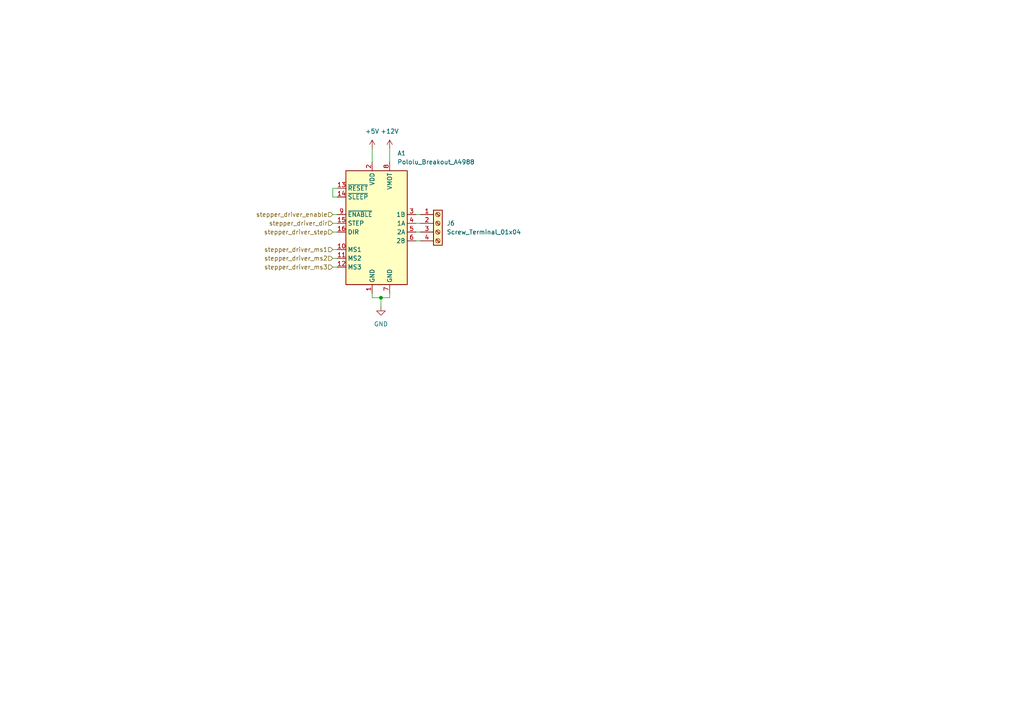
<source format=kicad_sch>
(kicad_sch (version 20230121) (generator eeschema)
  (paper "A4")
  (lib_symbols
    (symbol "Connector:Screw_Terminal_01x04" (pin_names (offset 1.016) hide)
      (property "Reference" "J" (at 0 5.08 0))
      (property "Value" "Screw_Terminal_01x04" (at 0 -7.62 0))
      (symbol "Screw_Terminal_01x04_1_1"
        (rectangle (start -1.27 3.81) (end 1.27 -6.35) (stroke (width 0.254)) (fill (type background)))
        (circle (center 0 -5.08) (radius 0.635) (stroke (width 0.1524)))
        (circle (center 0 -2.54) (radius 0.635) (stroke (width 0.1524)))
        (polyline (pts (xy -0.5334 -4.7498) (xy 0.3302 -5.588)) (stroke (width 0.1524)))
        (polyline (pts (xy -0.5334 -2.2098) (xy 0.3302 -3.048)) (stroke (width 0.1524)))
        (polyline (pts (xy -0.5334 0.3302) (xy 0.3302 -0.508)) (stroke (width 0.1524)))
        (polyline (pts (xy -0.5334 2.8702) (xy 0.3302 2.032)) (stroke (width 0.1524)))
        (polyline (pts (xy -0.3556 -4.572) (xy 0.508 -5.4102)) (stroke (width 0.1524)))
        (polyline (pts (xy -0.3556 -2.032) (xy 0.508 -2.8702)) (stroke (width 0.1524)))
        (polyline (pts (xy -0.3556 0.508) (xy 0.508 -0.3302)) (stroke (width 0.1524)))
        (polyline (pts (xy -0.3556 3.048) (xy 0.508 2.2098)) (stroke (width 0.1524)))
        (circle (center 0 0) (radius 0.635) (stroke (width 0.1524)))
        (circle (center 0 2.54) (radius 0.635) (stroke (width 0.1524)))
        (pin passive line (at -5.08 2.54 0) (length 3.81) (name "Pin_1") (number "1"))
        (pin passive line (at -5.08 0 0) (length 3.81) (name "Pin_2") (number "2"))
        (pin passive line (at -5.08 -2.54 0) (length 3.81) (name "Pin_3") (number "3"))
        (pin passive line (at -5.08 -5.08 0) (length 3.81) (name "Pin_4") (number "4"))
      )
    )
    (symbol "Driver_Motor:Pololu_Breakout_A4988"
      (property "Reference" "A" (at -2.54 19.05 0))
      (property "Value" "Pololu_Breakout_A4988" (at -2.54 16.51 0))
      (symbol "Pololu_Breakout_A4988_0_1"
        (rectangle (start 10.16 -17.78) (end -7.62 15.24) (stroke (width 0.254)) (fill (type background)))
      )
      (symbol "Pololu_Breakout_A4988_1_1"
        (pin power_in line (at 0 -20.32 90) (length 2.54) (name "GND") (number "1"))
        (pin input line (at -10.16 -7.62 0) (length 2.54) (name "MS1") (number "10"))
        (pin input line (at -10.16 -10.16 0) (length 2.54) (name "MS2") (number "11"))
        (pin input line (at -10.16 -12.7 0) (length 2.54) (name "MS3") (number "12"))
        (pin input line (at -10.16 10.16 0) (length 2.54) (name "~{RESET}") (number "13"))
        (pin input line (at -10.16 7.62 0) (length 2.54) (name "~{SLEEP}") (number "14"))
        (pin input line (at -10.16 0 0) (length 2.54) (name "STEP") (number "15"))
        (pin input line (at -10.16 -2.54 0) (length 2.54) (name "DIR") (number "16"))
        (pin power_in line (at 0 17.78 270) (length 2.54) (name "VDD") (number "2"))
        (pin output line (at 12.7 2.54 180) (length 2.54) (name "1B") (number "3"))
        (pin output line (at 12.7 0 180) (length 2.54) (name "1A") (number "4"))
        (pin output line (at 12.7 -2.54 180) (length 2.54) (name "2A") (number "5"))
        (pin output line (at 12.7 -5.08 180) (length 2.54) (name "2B") (number "6"))
        (pin power_in line (at 5.08 -20.32 90) (length 2.54) (name "GND") (number "7"))
        (pin power_in line (at 5.08 17.78 270) (length 2.54) (name "VMOT") (number "8"))
        (pin input line (at -10.16 2.54 0) (length 2.54) (name "~{ENABLE}") (number "9"))
      )
    )
    (symbol "power:+12V" (power) (pin_names (offset 0))
      (property "Value" "+12V" (at 0 3.556 0))
      (symbol "+12V_0_1"
        (polyline (pts (xy -0.762 1.27) (xy 0 2.54)))
        (polyline (pts (xy 0 0) (xy 0 2.54)))
        (polyline (pts (xy 0 2.54) (xy 0.762 1.27)))
      )
      (symbol "+12V_1_1"
        (pin power_in line (at 0 0 90) (length 0) hide (name "+12V") (number "1"))
      )
    )
    (symbol "power:+5V" (power) (pin_names (offset 0))
      (property "Value" "+5V" (at 0 3.556 0))
      (symbol "+5V_0_1"
        (polyline (pts (xy -0.762 1.27) (xy 0 2.54)))
        (polyline (pts (xy 0 0) (xy 0 2.54)))
        (polyline (pts (xy 0 2.54) (xy 0.762 1.27)))
      )
      (symbol "+5V_1_1"
        (pin power_in line (at 0 0 90) (length 0) hide (name "+5V") (number "1"))
      )
    )
    (symbol "power:GND" (power) (pin_names (offset 0))
      (property "Value" "GND" (at 0 -3.81 0))
      (symbol "GND_0_1"
        (polyline (pts (xy 0 0) (xy 0 -1.27) (xy 1.27 -1.27) (xy 0 -2.54) (xy -1.27 -1.27) (xy 0 -1.27)))
      )
      (symbol "GND_1_1"
        (pin power_in line (at 0 0 270) (length 0) hide (name "GND") (number "1"))
      )
    )
  )
  (junction (at 110.49 86.36))
  (wire (pts (xy 97.79 54.61) (xy 96.52 54.61)))
  (wire (pts (xy 120.65 69.85) (xy 121.92 69.85)))
  (wire (pts (xy 96.52 72.39) (xy 97.79 72.39)))
  (wire (pts (xy 120.65 64.77) (xy 121.92 64.77)))
  (wire (pts (xy 96.52 74.93) (xy 97.79 74.93)))
  (wire (pts (xy 113.03 86.36) (xy 110.49 86.36)))
  (wire (pts (xy 96.52 64.77) (xy 97.79 64.77)))
  (wire (pts (xy 96.52 67.31) (xy 97.79 67.31)))
  (wire (pts (xy 96.52 57.15) (xy 97.79 57.15)))
  (wire (pts (xy 110.49 86.36) (xy 107.95 86.36)))
  (wire (pts (xy 110.49 86.36) (xy 110.49 88.9)))
  (wire (pts (xy 120.65 67.31) (xy 121.92 67.31)))
  (wire (pts (xy 113.03 43.18) (xy 113.03 46.99)))
  (wire (pts (xy 96.52 62.23) (xy 97.79 62.23)))
  (wire (pts (xy 107.95 85.09) (xy 107.95 86.36)))
  (wire (pts (xy 96.52 54.61) (xy 96.52 57.15)))
  (wire (pts (xy 107.95 43.18) (xy 107.95 46.99)))
  (wire (pts (xy 120.65 62.23) (xy 121.92 62.23)))
  (wire (pts (xy 96.52 77.47) (xy 97.79 77.47)))
  (wire (pts (xy 113.03 85.09) (xy 113.03 86.36)))
  (hierarchical_label "stepper_driver_ms2" (shape input) (at 96.52 74.93 180))
  (hierarchical_label "stepper_driver_enable" (shape input) (at 96.52 62.23 180))
  (hierarchical_label "stepper_driver_ms3" (shape input) (at 96.52 77.47 180))
  (hierarchical_label "stepper_driver_dir" (shape input) (at 96.52 64.77 180))
  (hierarchical_label "stepper_driver_ms1" (shape input) (at 96.52 72.39 180))
  (hierarchical_label "stepper_driver_step" (shape input) (at 96.52 67.31 180))
  (symbol (lib_id "Driver_Motor:Pololu_Breakout_A4988") (at 107.95 64.77 0) (unit 1)
    (property "Reference" "A1" (at 115.2241 44.45 0) (effects (justify left)))
    (property "Value" "Pololu_Breakout_A4988" (at 115.2241 46.99 0) (effects (justify left)))
    (property "Footprint" "Module:Pololu_Breakout-16_15.2x20.3mm" (effects hide))
    (property "Datasheet" "https://www.pololu.com/product/2980/pictures" (effects hide))
    (instances (project "ClawMachine" (path "" (reference "A1") (unit 1)) (path "" (reference "A2") (unit 1))))
  )
  (symbol (lib_id "power:+12V") (at 113.03 43.18 0) (unit 1)
    (property "Reference" "#PWR02" (effects hide))
    (property "Value" "+12V" (at 113.03 38.1 0))
  )
  (symbol (lib_id "power:+5V") (at 107.95 43.18 0) (unit 1)
    (property "Reference" "#PWR01" (effects hide))
    (property "Value" "+5V" (at 107.95 38.1 0))
  )
  (symbol (lib_id "Connector:Screw_Terminal_01x04") (at 127 64.77 0) (unit 1)
    (property "Reference" "J6" (at 129.54 64.77 0) (effects (justify left)))
    (property "Value" "Screw_Terminal_01x04" (at 129.54 67.31 0) (effects (justify left)))
    (instances (project "ClawMachine" (path "" (reference "J6") (unit 1)) (path "" (reference "J33") (unit 1))))
  )
  (symbol (lib_id "power:GND") (at 110.49 88.9 0) (unit 1)
    (property "Reference" "#PWR03" (effects hide))
    (property "Value" "GND" (at 110.49 93.98 0))
  )
)
</source>
